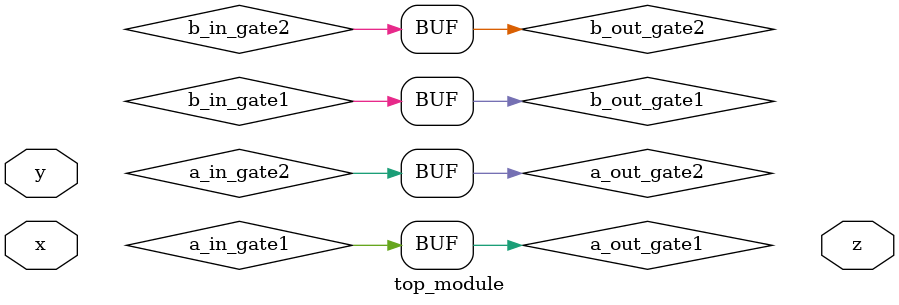
<source format=sv>
module top_module(
    input x,
    input y,
    output z);
    
    wire a_in_gate1, b_in_gate1;
    wire a_out_gate1, b_out_gate1;
    wire a_in_gate2, b_in_gate2;
    wire a_out_gate2, b_out_gate2;
    
    // First gate
    and gate1 (.a(x), .b(y), .z1(a_in_gate1));
    or gate2 (.a(x), .b(y), .z1(b_in_gate1));
    
    // Second gate
    and gate3 (.a(y), .b(x), .z1(a_in_gate2));
    or gate4 (.a(y), .b(x), .z1(b_in_gate2));
    
    // Third gate
    and gate5 (.a(a_out_gate1), .b(b_out_gate2), .z1(z));
    
    // Connections to the gates
    assign a_out_gate1 = a_in_gate1;
    assign b_out_gate1 = b_in_gate1;
    assign a_out_gate2 = a_in_gate2;
    assign b_out_gate2 = b_in_gate2;
    
endmodule

</source>
